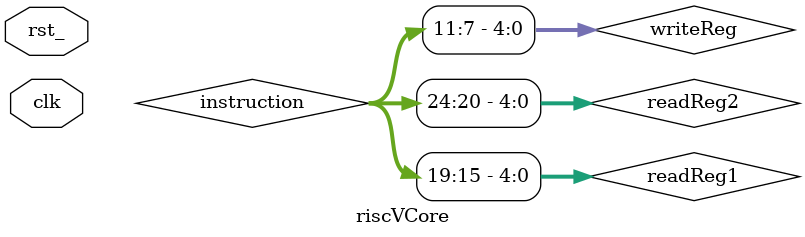
<source format=v>
`timescale 1ns/1ps

module riscVCore	(input clk, rst_);

//wire			mClk;			    //Output of clocking Wizard IP at 80 MHz
//wire			locked;             //Used to assure IP based clock is ready
reg 	[31:0]	pc;				    //Instrn. address at hand
wire 	[31:0]	pcNext;			    //Instrn. address to be latched next

wire	[31:0]	instruction;	    //Data o/p received from instruction memory

wire			aluSrc;			    //MUX 0 - Regular (Read Data 2), 1 - Sign extended immediate value
wire			branch;			    //Branch Flag for SB-Type
wire			jump;			    //Jump Flag for JAL (UJ-Type)
wire			memRead;		    //Loading into Data Memory
wire			memWrite;		    //Storing into Data Memory 
wire			regWrite;		    //Writeback into Register File
wire    [1:0]   memToReg;           //MUX 0 - ALU output, 1 - Memory to Register, 2 PC + 4 Value
wire	[1:0]	aluOp;			    //Determines ALU operation category

wire	[31:0]	readData1;	        //Register 1 Read Data
wire	[31:0]	readData2;	        //Register 2 Read Data
wire	[4:0]	readReg1;		    //Read Register 1
wire	[4:0]	readReg2;		    //Read Register 2
wire	[4:0]	writeReg;		    //Write Register
wire	[31:0]	writeData;	        //Write Data

wire	[31:0]	immGenOut;	        //Sign extended o/p of immediate

wire	[3:0]	aluControl;	        //ALU operation taking place now

wire	[31:0]	dataMemOut;

wire			C;				    //ALU Carry Flag
wire 	        Z;                  //ALU Zero Flag
wire	[31:0]	Y;                  //ALU Result
wire	[31:0]	A;                  //ALU Operand 1
wire	[31:0]	B;                  //ALU Operand 2

wire            branchCondition;    //Use zero or Carry for BNE or BEQ 
wire			yesBranch;		    //Branch condition is met
wire            assertBranchOrJump; //Check whether jump or branch condition is met
wire            addrSel;            //PC+4 or jump/branch address

// ==================== programCounter.v ====================
assign branchCondition =    (aluControl === 4'b1001 && Z == 1) ? 1 :
                            (aluControl === 4'b1010 && C == 1) ? 1 : 0;
assign yesBranch = branch & branchCondition;
assign assertBranchOrJump = yesBranch || jump;
assign addrSel = (assertBranchOrJump) ? 1 : 0;
assign pcNext = addrSel ? (pc + immGenOut) : (pc + 4);

always @ (posedge clk)
    pc <= !rst_ ? 0 : pcNext;

// ==================== instrnMemory.v ====================
iMem IMEM0	(
			.addr(pc),
			.instrn(instruction)
			);

// ==================== mainController.v ====================
controller MC0  (
                .instruction(instruction),
                .aluSrc(aluSrc),
                .jump(jump),
                .branch(branch),
                .memRd(memRead),
                .memToReg(memToReg),
                .memWrt(memWrite),
                .regWrt(regWrite),
                .aluOp(aluOp)
                );

// ==================== aluController.v ====================
aluController AC0	(
					.funct7(instruction[30]),
                    .aluOp(aluOp),
                    .funct3(instruction[14:12]),
                    .instrnOpcode(instruction[6:0]),
                    .aluControl(aluControl)
                    );

// ==================== registers.v ====================
assign writeData =  (memToReg == 2'b00) ? Y :
                    ((memToReg == 2'b01) ? dataMemOut : (pc + 4));

assign readReg1 = instruction[19:15];
assign readReg2 = instruction[24:20];
assign writeReg = instruction[11:7];

registers RF0   (
				.clk(clk),
                .rst_(rst_),
                .wrtEn(regWrite),
                .rdReg1(readReg1),
                .rdReg2(readReg2),
                .wrtReg(writeReg),
                .wrtData(writeData), 
                .rdData1(readData1),
                .rdData2(readData2)
                );

// ==================== immediateGenerator.v ====================
immediateGen IG0	(
					.instruction(instruction),
                    .immediate(immGenOut)
                    );

// ==================== ALU.v ====================
assign A = readData1;
assign B = aluSrc ? immGenOut : readData2;

alu ALU0    (
			.opcode(aluControl),
            .A(A),
            .B(B),
            .carry(C),
            .zero(Z),
            .Y(Y)
            );

// ==================== dataMemory.v ====================
dMem DMEM0	(
			.clk(clk),
			.rst_(rst_),
			.memRd(memRead),
			.memWrt(memWrite),
			.addr(Y),
			.dataIn(readData2),
			.dataOut(dataMemOut)
			);

/*// Follow bellow instantiation for FPGA implementation. These IPs were instantiated through Xillinx Vivado

// // ==================== BRAM MODULE ====================
// blk_mem_gen_0 DMEM   (
                        .clka(mClk),
//                      .ena(memRead),
//                      .wea(memWrite),
//                      .addra(Y),
//                      .dina(readData2),
//                      .douta(dataMemOut)
//                      );

// // ==================== CLOCK MODULE ====================
// clk_wiz_0 SYSCLK (
                    .clk_out1(mClk),
//                  .reset(rst),
//                  .locked(locked),
//                  .clk_in1(clk)
//                  );*/
    
endmodule
</source>
